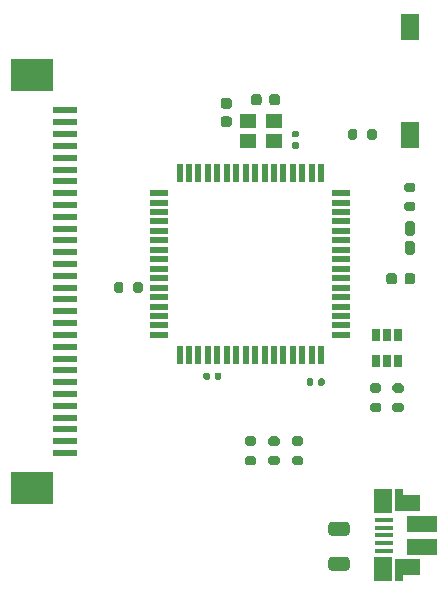
<source format=gbr>
G04 #@! TF.GenerationSoftware,KiCad,Pcbnew,(5.1.8)-1*
G04 #@! TF.CreationDate,2020-12-20T21:52:24-08:00*
G04 #@! TF.ProjectId,wired-sculpt,77697265-642d-4736-9375-6c70742e6b69,rev?*
G04 #@! TF.SameCoordinates,Original*
G04 #@! TF.FileFunction,Paste,Top*
G04 #@! TF.FilePolarity,Positive*
%FSLAX46Y46*%
G04 Gerber Fmt 4.6, Leading zero omitted, Abs format (unit mm)*
G04 Created by KiCad (PCBNEW (5.1.8)-1) date 2020-12-20 21:52:24*
%MOMM*%
%LPD*%
G01*
G04 APERTURE LIST*
%ADD10R,1.500000X0.550000*%
%ADD11R,0.550000X1.500000*%
%ADD12R,2.000000X0.610000*%
%ADD13R,3.600000X2.680000*%
%ADD14R,2.000000X1.350000*%
%ADD15R,0.700000X1.825000*%
%ADD16R,1.500000X2.000000*%
%ADD17R,1.650000X0.400000*%
%ADD18R,2.500000X1.430000*%
%ADD19R,1.600000X2.180000*%
%ADD20R,1.400000X1.200000*%
%ADD21R,0.650000X1.060000*%
G04 APERTURE END LIST*
D10*
G04 #@! TO.C,U1*
X151700000Y-58000000D03*
X151700000Y-57200000D03*
X151700000Y-56400000D03*
X151700000Y-55600000D03*
X151700000Y-54800000D03*
X151700000Y-54000000D03*
X151700000Y-53200000D03*
X151700000Y-52400000D03*
X151700000Y-51600000D03*
X151700000Y-50800000D03*
X151700000Y-50000000D03*
X151700000Y-49200000D03*
X151700000Y-48400000D03*
X151700000Y-47600000D03*
X151700000Y-46800000D03*
X151700000Y-46000000D03*
D11*
X150000000Y-44300000D03*
X149200000Y-44300000D03*
X148400000Y-44300000D03*
X147600000Y-44300000D03*
X146800000Y-44300000D03*
X146000000Y-44300000D03*
X145200000Y-44300000D03*
X144400000Y-44300000D03*
X143600000Y-44300000D03*
X142800000Y-44300000D03*
X142000000Y-44300000D03*
X141200000Y-44300000D03*
X140400000Y-44300000D03*
X139600000Y-44300000D03*
X138800000Y-44300000D03*
X138000000Y-44300000D03*
D10*
X136300000Y-46000000D03*
X136300000Y-46800000D03*
X136300000Y-47600000D03*
X136300000Y-48400000D03*
X136300000Y-49200000D03*
X136300000Y-50000000D03*
X136300000Y-50800000D03*
X136300000Y-51600000D03*
X136300000Y-52400000D03*
X136300000Y-53200000D03*
X136300000Y-54000000D03*
X136300000Y-54800000D03*
X136300000Y-55600000D03*
X136300000Y-56400000D03*
X136300000Y-57200000D03*
X136300000Y-58000000D03*
D11*
X138000000Y-59700000D03*
X138800000Y-59700000D03*
X139600000Y-59700000D03*
X140400000Y-59700000D03*
X141200000Y-59700000D03*
X142000000Y-59700000D03*
X142800000Y-59700000D03*
X143600000Y-59700000D03*
X144400000Y-59700000D03*
X145200000Y-59700000D03*
X146000000Y-59700000D03*
X146800000Y-59700000D03*
X147600000Y-59700000D03*
X148400000Y-59700000D03*
X149200000Y-59700000D03*
X150000000Y-59700000D03*
G04 #@! TD*
G04 #@! TO.C,R1*
G36*
G01*
X156225000Y-62100000D02*
X156775000Y-62100000D01*
G75*
G02*
X156975000Y-62300000I0J-200000D01*
G01*
X156975000Y-62700000D01*
G75*
G02*
X156775000Y-62900000I-200000J0D01*
G01*
X156225000Y-62900000D01*
G75*
G02*
X156025000Y-62700000I0J200000D01*
G01*
X156025000Y-62300000D01*
G75*
G02*
X156225000Y-62100000I200000J0D01*
G01*
G37*
G36*
G01*
X156225000Y-63750000D02*
X156775000Y-63750000D01*
G75*
G02*
X156975000Y-63950000I0J-200000D01*
G01*
X156975000Y-64350000D01*
G75*
G02*
X156775000Y-64550000I-200000J0D01*
G01*
X156225000Y-64550000D01*
G75*
G02*
X156025000Y-64350000I0J200000D01*
G01*
X156025000Y-63950000D01*
G75*
G02*
X156225000Y-63750000I200000J0D01*
G01*
G37*
G04 #@! TD*
D12*
G04 #@! TO.C,J4*
X128300000Y-39000000D03*
X128300000Y-40000000D03*
X128300000Y-41000000D03*
X128300000Y-42000000D03*
X128300000Y-43000000D03*
X128300000Y-44000000D03*
X128300000Y-45000000D03*
X128300000Y-46000000D03*
X128300000Y-47000000D03*
X128300000Y-48000000D03*
X128300000Y-49000000D03*
X128300000Y-50000000D03*
X128300000Y-51000000D03*
X128300000Y-52000000D03*
X128300000Y-53000000D03*
X128300000Y-54000000D03*
X128300000Y-55000000D03*
X128300000Y-56000000D03*
X128300000Y-57000000D03*
X128300000Y-58000000D03*
X128300000Y-59000000D03*
X128300000Y-60000000D03*
X128300000Y-61000000D03*
X128300000Y-62000000D03*
X128300000Y-63000000D03*
X128300000Y-64000000D03*
X128300000Y-65000000D03*
X128300000Y-66000000D03*
X128300000Y-67000000D03*
X128300000Y-68000000D03*
D13*
X125500000Y-36010000D03*
X125500000Y-70990000D03*
G04 #@! TD*
G04 #@! TO.C,C2*
G36*
G01*
X142200000Y-38850000D02*
X141700000Y-38850000D01*
G75*
G02*
X141475000Y-38625000I0J225000D01*
G01*
X141475000Y-38175000D01*
G75*
G02*
X141700000Y-37950000I225000J0D01*
G01*
X142200000Y-37950000D01*
G75*
G02*
X142425000Y-38175000I0J-225000D01*
G01*
X142425000Y-38625000D01*
G75*
G02*
X142200000Y-38850000I-225000J0D01*
G01*
G37*
G36*
G01*
X142200000Y-40400000D02*
X141700000Y-40400000D01*
G75*
G02*
X141475000Y-40175000I0J225000D01*
G01*
X141475000Y-39725000D01*
G75*
G02*
X141700000Y-39500000I225000J0D01*
G01*
X142200000Y-39500000D01*
G75*
G02*
X142425000Y-39725000I0J-225000D01*
G01*
X142425000Y-40175000D01*
G75*
G02*
X142200000Y-40400000I-225000J0D01*
G01*
G37*
G04 #@! TD*
G04 #@! TO.C,C3*
G36*
G01*
X146500000Y-37850000D02*
X146500000Y-38350000D01*
G75*
G02*
X146275000Y-38575000I-225000J0D01*
G01*
X145825000Y-38575000D01*
G75*
G02*
X145600000Y-38350000I0J225000D01*
G01*
X145600000Y-37850000D01*
G75*
G02*
X145825000Y-37625000I225000J0D01*
G01*
X146275000Y-37625000D01*
G75*
G02*
X146500000Y-37850000I0J-225000D01*
G01*
G37*
G36*
G01*
X144950000Y-37850000D02*
X144950000Y-38350000D01*
G75*
G02*
X144725000Y-38575000I-225000J0D01*
G01*
X144275000Y-38575000D01*
G75*
G02*
X144050000Y-38350000I0J225000D01*
G01*
X144050000Y-37850000D01*
G75*
G02*
X144275000Y-37625000I225000J0D01*
G01*
X144725000Y-37625000D01*
G75*
G02*
X144950000Y-37850000I0J-225000D01*
G01*
G37*
G04 #@! TD*
G04 #@! TO.C,C4*
G36*
G01*
X155500000Y-53500000D02*
X155500000Y-53000000D01*
G75*
G02*
X155725000Y-52775000I225000J0D01*
G01*
X156175000Y-52775000D01*
G75*
G02*
X156400000Y-53000000I0J-225000D01*
G01*
X156400000Y-53500000D01*
G75*
G02*
X156175000Y-53725000I-225000J0D01*
G01*
X155725000Y-53725000D01*
G75*
G02*
X155500000Y-53500000I0J225000D01*
G01*
G37*
G36*
G01*
X157050000Y-53500000D02*
X157050000Y-53000000D01*
G75*
G02*
X157275000Y-52775000I225000J0D01*
G01*
X157725000Y-52775000D01*
G75*
G02*
X157950000Y-53000000I0J-225000D01*
G01*
X157950000Y-53500000D01*
G75*
G02*
X157725000Y-53725000I-225000J0D01*
G01*
X157275000Y-53725000D01*
G75*
G02*
X157050000Y-53500000I0J225000D01*
G01*
G37*
G04 #@! TD*
G04 #@! TO.C,D1*
G36*
G01*
X157712500Y-51237500D02*
X157287500Y-51237500D01*
G75*
G02*
X157075000Y-51025000I0J212500D01*
G01*
X157075000Y-50225000D01*
G75*
G02*
X157287500Y-50012500I212500J0D01*
G01*
X157712500Y-50012500D01*
G75*
G02*
X157925000Y-50225000I0J-212500D01*
G01*
X157925000Y-51025000D01*
G75*
G02*
X157712500Y-51237500I-212500J0D01*
G01*
G37*
G36*
G01*
X157712500Y-49612500D02*
X157287500Y-49612500D01*
G75*
G02*
X157075000Y-49400000I0J212500D01*
G01*
X157075000Y-48600000D01*
G75*
G02*
X157287500Y-48387500I212500J0D01*
G01*
X157712500Y-48387500D01*
G75*
G02*
X157925000Y-48600000I0J-212500D01*
G01*
X157925000Y-49400000D01*
G75*
G02*
X157712500Y-49612500I-212500J0D01*
G01*
G37*
G04 #@! TD*
D14*
G04 #@! TO.C,J1*
X157300000Y-72210000D03*
X157300000Y-77690000D03*
D15*
X156550000Y-77910000D03*
X156550000Y-71960000D03*
D16*
X155250000Y-77810000D03*
X155230000Y-72060000D03*
D17*
X155350000Y-76260000D03*
X155350000Y-75610000D03*
X155350000Y-74960000D03*
X155350000Y-74310000D03*
X155350000Y-73660000D03*
D18*
X158500000Y-75920000D03*
X158500000Y-74000000D03*
G04 #@! TD*
G04 #@! TO.C,R2*
G36*
G01*
X157225000Y-45100000D02*
X157775000Y-45100000D01*
G75*
G02*
X157975000Y-45300000I0J-200000D01*
G01*
X157975000Y-45700000D01*
G75*
G02*
X157775000Y-45900000I-200000J0D01*
G01*
X157225000Y-45900000D01*
G75*
G02*
X157025000Y-45700000I0J200000D01*
G01*
X157025000Y-45300000D01*
G75*
G02*
X157225000Y-45100000I200000J0D01*
G01*
G37*
G36*
G01*
X157225000Y-46750000D02*
X157775000Y-46750000D01*
G75*
G02*
X157975000Y-46950000I0J-200000D01*
G01*
X157975000Y-47350000D01*
G75*
G02*
X157775000Y-47550000I-200000J0D01*
G01*
X157225000Y-47550000D01*
G75*
G02*
X157025000Y-47350000I0J200000D01*
G01*
X157025000Y-46950000D01*
G75*
G02*
X157225000Y-46750000I200000J0D01*
G01*
G37*
G04 #@! TD*
G04 #@! TO.C,R3*
G36*
G01*
X154325000Y-63750000D02*
X154875000Y-63750000D01*
G75*
G02*
X155075000Y-63950000I0J-200000D01*
G01*
X155075000Y-64350000D01*
G75*
G02*
X154875000Y-64550000I-200000J0D01*
G01*
X154325000Y-64550000D01*
G75*
G02*
X154125000Y-64350000I0J200000D01*
G01*
X154125000Y-63950000D01*
G75*
G02*
X154325000Y-63750000I200000J0D01*
G01*
G37*
G36*
G01*
X154325000Y-62100000D02*
X154875000Y-62100000D01*
G75*
G02*
X155075000Y-62300000I0J-200000D01*
G01*
X155075000Y-62700000D01*
G75*
G02*
X154875000Y-62900000I-200000J0D01*
G01*
X154325000Y-62900000D01*
G75*
G02*
X154125000Y-62700000I0J200000D01*
G01*
X154125000Y-62300000D01*
G75*
G02*
X154325000Y-62100000I200000J0D01*
G01*
G37*
G04 #@! TD*
G04 #@! TO.C,R4*
G36*
G01*
X144275000Y-67400000D02*
X143725000Y-67400000D01*
G75*
G02*
X143525000Y-67200000I0J200000D01*
G01*
X143525000Y-66800000D01*
G75*
G02*
X143725000Y-66600000I200000J0D01*
G01*
X144275000Y-66600000D01*
G75*
G02*
X144475000Y-66800000I0J-200000D01*
G01*
X144475000Y-67200000D01*
G75*
G02*
X144275000Y-67400000I-200000J0D01*
G01*
G37*
G36*
G01*
X144275000Y-69050000D02*
X143725000Y-69050000D01*
G75*
G02*
X143525000Y-68850000I0J200000D01*
G01*
X143525000Y-68450000D01*
G75*
G02*
X143725000Y-68250000I200000J0D01*
G01*
X144275000Y-68250000D01*
G75*
G02*
X144475000Y-68450000I0J-200000D01*
G01*
X144475000Y-68850000D01*
G75*
G02*
X144275000Y-69050000I-200000J0D01*
G01*
G37*
G04 #@! TD*
G04 #@! TO.C,R5*
G36*
G01*
X146275000Y-69050000D02*
X145725000Y-69050000D01*
G75*
G02*
X145525000Y-68850000I0J200000D01*
G01*
X145525000Y-68450000D01*
G75*
G02*
X145725000Y-68250000I200000J0D01*
G01*
X146275000Y-68250000D01*
G75*
G02*
X146475000Y-68450000I0J-200000D01*
G01*
X146475000Y-68850000D01*
G75*
G02*
X146275000Y-69050000I-200000J0D01*
G01*
G37*
G36*
G01*
X146275000Y-67400000D02*
X145725000Y-67400000D01*
G75*
G02*
X145525000Y-67200000I0J200000D01*
G01*
X145525000Y-66800000D01*
G75*
G02*
X145725000Y-66600000I200000J0D01*
G01*
X146275000Y-66600000D01*
G75*
G02*
X146475000Y-66800000I0J-200000D01*
G01*
X146475000Y-67200000D01*
G75*
G02*
X146275000Y-67400000I-200000J0D01*
G01*
G37*
G04 #@! TD*
G04 #@! TO.C,R6*
G36*
G01*
X148275000Y-69050000D02*
X147725000Y-69050000D01*
G75*
G02*
X147525000Y-68850000I0J200000D01*
G01*
X147525000Y-68450000D01*
G75*
G02*
X147725000Y-68250000I200000J0D01*
G01*
X148275000Y-68250000D01*
G75*
G02*
X148475000Y-68450000I0J-200000D01*
G01*
X148475000Y-68850000D01*
G75*
G02*
X148275000Y-69050000I-200000J0D01*
G01*
G37*
G36*
G01*
X148275000Y-67400000D02*
X147725000Y-67400000D01*
G75*
G02*
X147525000Y-67200000I0J200000D01*
G01*
X147525000Y-66800000D01*
G75*
G02*
X147725000Y-66600000I200000J0D01*
G01*
X148275000Y-66600000D01*
G75*
G02*
X148475000Y-66800000I0J-200000D01*
G01*
X148475000Y-67200000D01*
G75*
G02*
X148275000Y-67400000I-200000J0D01*
G01*
G37*
G04 #@! TD*
D19*
G04 #@! TO.C,SW1*
X157500000Y-41090000D03*
X157500000Y-31910000D03*
G04 #@! TD*
D20*
G04 #@! TO.C,Y1*
X143800000Y-41550000D03*
X146000000Y-41550000D03*
X146000000Y-39850000D03*
X143800000Y-39850000D03*
G04 #@! TD*
G04 #@! TO.C,R8*
G36*
G01*
X134900000Y-53725000D02*
X134900000Y-54275000D01*
G75*
G02*
X134700000Y-54475000I-200000J0D01*
G01*
X134300000Y-54475000D01*
G75*
G02*
X134100000Y-54275000I0J200000D01*
G01*
X134100000Y-53725000D01*
G75*
G02*
X134300000Y-53525000I200000J0D01*
G01*
X134700000Y-53525000D01*
G75*
G02*
X134900000Y-53725000I0J-200000D01*
G01*
G37*
G36*
G01*
X133250000Y-53725000D02*
X133250000Y-54275000D01*
G75*
G02*
X133050000Y-54475000I-200000J0D01*
G01*
X132650000Y-54475000D01*
G75*
G02*
X132450000Y-54275000I0J200000D01*
G01*
X132450000Y-53725000D01*
G75*
G02*
X132650000Y-53525000I200000J0D01*
G01*
X133050000Y-53525000D01*
G75*
G02*
X133250000Y-53725000I0J-200000D01*
G01*
G37*
G04 #@! TD*
G04 #@! TO.C,C1*
G36*
G01*
X150849999Y-73850000D02*
X152150001Y-73850000D01*
G75*
G02*
X152400000Y-74099999I0J-249999D01*
G01*
X152400000Y-74750001D01*
G75*
G02*
X152150001Y-75000000I-249999J0D01*
G01*
X150849999Y-75000000D01*
G75*
G02*
X150600000Y-74750001I0J249999D01*
G01*
X150600000Y-74099999D01*
G75*
G02*
X150849999Y-73850000I249999J0D01*
G01*
G37*
G36*
G01*
X150849999Y-76800000D02*
X152150001Y-76800000D01*
G75*
G02*
X152400000Y-77049999I0J-249999D01*
G01*
X152400000Y-77700001D01*
G75*
G02*
X152150001Y-77950000I-249999J0D01*
G01*
X150849999Y-77950000D01*
G75*
G02*
X150600000Y-77700001I0J249999D01*
G01*
X150600000Y-77049999D01*
G75*
G02*
X150849999Y-76800000I249999J0D01*
G01*
G37*
G04 #@! TD*
G04 #@! TO.C,C6*
G36*
G01*
X147630000Y-40720000D02*
X147970000Y-40720000D01*
G75*
G02*
X148110000Y-40860000I0J-140000D01*
G01*
X148110000Y-41140000D01*
G75*
G02*
X147970000Y-41280000I-140000J0D01*
G01*
X147630000Y-41280000D01*
G75*
G02*
X147490000Y-41140000I0J140000D01*
G01*
X147490000Y-40860000D01*
G75*
G02*
X147630000Y-40720000I140000J0D01*
G01*
G37*
G36*
G01*
X147630000Y-41680000D02*
X147970000Y-41680000D01*
G75*
G02*
X148110000Y-41820000I0J-140000D01*
G01*
X148110000Y-42100000D01*
G75*
G02*
X147970000Y-42240000I-140000J0D01*
G01*
X147630000Y-42240000D01*
G75*
G02*
X147490000Y-42100000I0J140000D01*
G01*
X147490000Y-41820000D01*
G75*
G02*
X147630000Y-41680000I140000J0D01*
G01*
G37*
G04 #@! TD*
G04 #@! TO.C,C7*
G36*
G01*
X141530000Y-61330000D02*
X141530000Y-61670000D01*
G75*
G02*
X141390000Y-61810000I-140000J0D01*
G01*
X141110000Y-61810000D01*
G75*
G02*
X140970000Y-61670000I0J140000D01*
G01*
X140970000Y-61330000D01*
G75*
G02*
X141110000Y-61190000I140000J0D01*
G01*
X141390000Y-61190000D01*
G75*
G02*
X141530000Y-61330000I0J-140000D01*
G01*
G37*
G36*
G01*
X140570000Y-61330000D02*
X140570000Y-61670000D01*
G75*
G02*
X140430000Y-61810000I-140000J0D01*
G01*
X140150000Y-61810000D01*
G75*
G02*
X140010000Y-61670000I0J140000D01*
G01*
X140010000Y-61330000D01*
G75*
G02*
X140150000Y-61190000I140000J0D01*
G01*
X140430000Y-61190000D01*
G75*
G02*
X140570000Y-61330000I0J-140000D01*
G01*
G37*
G04 #@! TD*
G04 #@! TO.C,R9*
G36*
G01*
X154700000Y-40750000D02*
X154700000Y-41300000D01*
G75*
G02*
X154500000Y-41500000I-200000J0D01*
G01*
X154100000Y-41500000D01*
G75*
G02*
X153900000Y-41300000I0J200000D01*
G01*
X153900000Y-40750000D01*
G75*
G02*
X154100000Y-40550000I200000J0D01*
G01*
X154500000Y-40550000D01*
G75*
G02*
X154700000Y-40750000I0J-200000D01*
G01*
G37*
G36*
G01*
X153050000Y-40750000D02*
X153050000Y-41300000D01*
G75*
G02*
X152850000Y-41500000I-200000J0D01*
G01*
X152450000Y-41500000D01*
G75*
G02*
X152250000Y-41300000I0J200000D01*
G01*
X152250000Y-40750000D01*
G75*
G02*
X152450000Y-40550000I200000J0D01*
G01*
X152850000Y-40550000D01*
G75*
G02*
X153050000Y-40750000I0J-200000D01*
G01*
G37*
G04 #@! TD*
D21*
G04 #@! TO.C,U2*
X156510000Y-57980000D03*
X155560000Y-57980000D03*
X154610000Y-57980000D03*
X154610000Y-60180000D03*
X156510000Y-60180000D03*
X155560000Y-60180000D03*
G04 #@! TD*
G04 #@! TO.C,C5*
G36*
G01*
X148760000Y-62170000D02*
X148760000Y-61830000D01*
G75*
G02*
X148900000Y-61690000I140000J0D01*
G01*
X149180000Y-61690000D01*
G75*
G02*
X149320000Y-61830000I0J-140000D01*
G01*
X149320000Y-62170000D01*
G75*
G02*
X149180000Y-62310000I-140000J0D01*
G01*
X148900000Y-62310000D01*
G75*
G02*
X148760000Y-62170000I0J140000D01*
G01*
G37*
G36*
G01*
X149720000Y-62170000D02*
X149720000Y-61830000D01*
G75*
G02*
X149860000Y-61690000I140000J0D01*
G01*
X150140000Y-61690000D01*
G75*
G02*
X150280000Y-61830000I0J-140000D01*
G01*
X150280000Y-62170000D01*
G75*
G02*
X150140000Y-62310000I-140000J0D01*
G01*
X149860000Y-62310000D01*
G75*
G02*
X149720000Y-62170000I0J140000D01*
G01*
G37*
G04 #@! TD*
M02*

</source>
